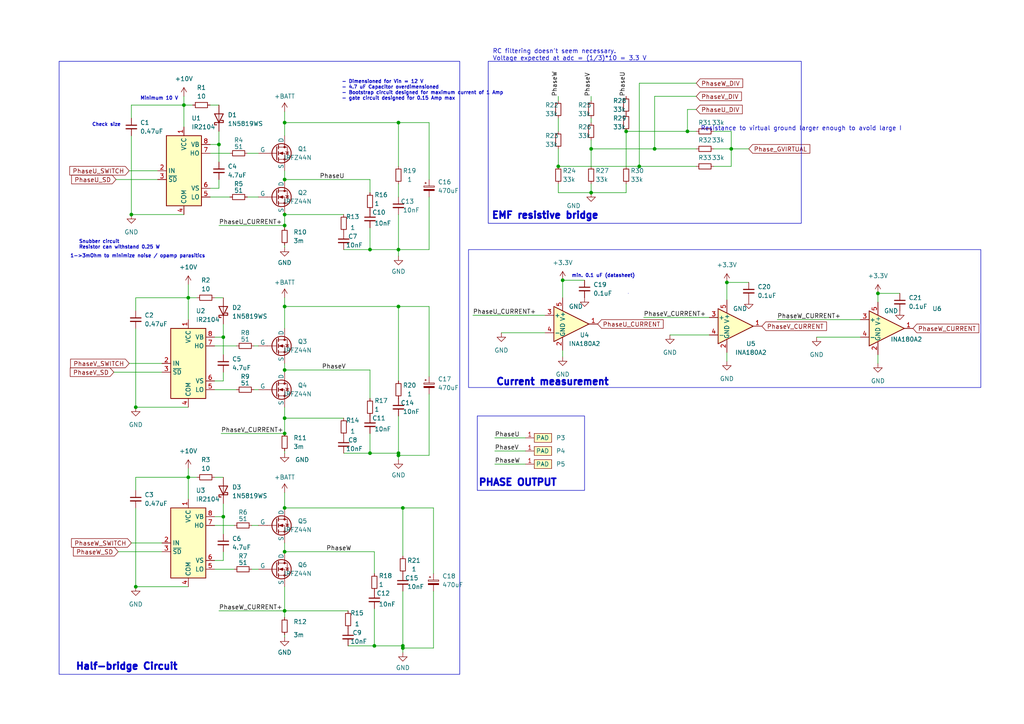
<source format=kicad_sch>
(kicad_sch (version 20230121) (generator eeschema)
  (paper "A4")
  (title_block (title "BLDC Driver Project") (rev "1.0") (company "Igor Wolfs"))
  (junction (at 161.925 48.26))
  (junction (at 199.39 38.1))
  (junction (at 82.55 121.285))
  (junction (at 64.77 149.86))
  (junction (at 107.315 72.39))
  (junction (at 171.45 43.18))
  (junction (at 53.34 30.48))
  (junction (at 39.37 118.11))
  (junction (at 185.42 48.26))
  (junction (at 64.77 97.79))
  (junction (at 115.57 131.445))
  (junction (at 163.195 81.28))
  (junction (at 115.57 132.08))
  (junction (at 38.1 62.23))
  (junction (at 54.61 138.43))
  (junction (at 116.84 187.325))
  (junction (at 82.55 107.315))
  (junction (at 82.55 88.9))
  (junction (at 107.315 131.445))
  (junction (at 116.84 147.32))
  (junction (at 189.865 43.18))
  (junction (at 171.45 55.88))
  (junction (at 82.55 62.23))
  (junction (at 82.55 52.07))
  (junction (at 82.55 160.02))
  (junction (at 82.55 177.165))
  (junction (at 116.84 187.96))
  (junction (at 210.82 81.915))
  (junction (at 115.57 35.56))
  (junction (at 181.61 38.1))
  (junction (at 115.57 72.39))
  (junction (at 108.585 187.325))
  (junction (at 254.635 85.09))
  (junction (at 82.55 125.73))
  (junction (at 82.55 35.56))
  (junction (at 82.55 147.32))
  (junction (at 82.55 65.405))
  (junction (at 63.5 41.91))
  (junction (at 54.61 86.36))
  (junction (at 212.09 43.18))
  (junction (at 115.57 88.9))
  (junction (at 39.37 170.18))
  (wire (pts (xy 185.42 24.13) (xy 201.93 24.13)))
  (wire (pts (xy 53.34 27.94) (xy 53.34 30.48)))
  (wire (pts (xy 63.5 46.99) (xy 63.5 41.91)))
  (wire (pts (xy 60.96 41.91) (xy 63.5 41.91)))
  (wire (pts (xy 107.315 131.445) (xy 115.57 131.445)))
  (wire (pts (xy 53.34 30.48) (xy 53.34 36.83)))
  (wire (pts (xy 60.96 54.61) (xy 63.5 54.61)))
  (wire (pts (xy 71.755 44.45) (xy 74.93 44.45)))
  (wire (pts (xy 82.55 107.315) (xy 107.315 107.315)))
  (wire (pts (xy 212.09 43.18) (xy 207.01 43.18)))
  (wire (pts (xy 107.315 107.315) (xy 107.315 115.57)))
  (wire (pts (xy 39.37 118.11) (xy 54.61 118.11)))
  (wire (pts (xy 73.66 113.03) (xy 74.93 113.03)))
  (wire (pts (xy 212.09 38.1) (xy 207.01 38.1)))
  (wire (pts (xy 39.37 170.18) (xy 54.61 170.18)))
  (wire (pts (xy 199.39 31.75) (xy 199.39 38.1)))
  (wire (pts (xy 82.55 170.18) (xy 82.55 177.165)))
  (wire (pts (xy 39.37 138.43) (xy 54.61 138.43)))
  (wire (pts (xy 38.1 62.23) (xy 53.34 62.23)))
  (wire (pts (xy 108.585 166.37) (xy 108.585 160.02)))
  (wire (pts (xy 143.51 134.62) (xy 152.4 134.62)))
  (wire (pts (xy 82.55 118.11) (xy 82.55 121.285)))
  (wire (pts (xy 73.66 100.33) (xy 74.93 100.33)))
  (wire (pts (xy 115.57 131.445) (xy 115.57 132.08)))
  (wire (pts (xy 115.57 88.9) (xy 115.57 110.49)))
  (wire (pts (xy 100.965 187.325) (xy 108.585 187.325)))
  (wire (pts (xy 39.37 90.17) (xy 39.37 86.36)))
  (wire (pts (xy 212.09 48.26) (xy 207.01 48.26)))
  (wire (pts (xy 189.865 43.18) (xy 201.93 43.18)))
  (wire (pts (xy 125.73 171.45) (xy 125.73 187.96)))
  (wire (pts (xy 161.925 53.34) (xy 161.925 55.88)))
  (wire (pts (xy 82.55 157.48) (xy 82.55 160.02)))
  (wire (pts (xy 62.23 97.79) (xy 64.77 97.79)))
  (wire (pts (xy 161.925 55.88) (xy 171.45 55.88)))
  (wire (pts (xy 39.37 147.32) (xy 39.37 170.18)))
  (wire (pts (xy 54.61 82.55) (xy 54.61 86.36)))
  (wire (pts (xy 171.45 34.29) (xy 171.45 35.56)))
  (wire (pts (xy 66.675 57.15) (xy 60.96 57.15)))
  (wire (pts (xy 39.37 142.24) (xy 39.37 138.43)))
  (wire (pts (xy 62.23 113.03) (xy 68.58 113.03)))
  (wire (pts (xy 199.39 38.1) (xy 201.93 38.1)))
  (wire (pts (xy 108.585 176.53) (xy 108.585 187.325)))
  (wire (pts (xy 115.57 72.39) (xy 115.57 74.295)))
  (wire (pts (xy 210.82 81.915) (xy 210.82 86.995)))
  (wire (pts (xy 64.77 154.94) (xy 64.77 149.86)))
  (wire (pts (xy 225.425 92.71) (xy 249.555 92.71)))
  (wire (pts (xy 181.61 53.34) (xy 181.61 55.88)))
  (wire (pts (xy 54.61 135.89) (xy 54.61 138.43)))
  (wire (pts (xy 54.61 138.43) (xy 54.61 144.78)))
  (wire (pts (xy 82.55 121.285) (xy 82.55 125.73)))
  (wire (pts (xy 37.465 105.41) (xy 46.99 105.41)))
  (wire (pts (xy 143.51 127) (xy 152.4 127)))
  (wire (pts (xy 64.77 146.05) (xy 64.77 149.86)))
  (wire (pts (xy 201.93 27.94) (xy 189.865 27.94)))
  (wire (pts (xy 82.55 184.15) (xy 82.55 184.785)))
  (wire (pts (xy 107.315 52.07) (xy 107.315 55.88)))
  (wire (pts (xy 62.23 86.36) (xy 64.77 86.36)))
  (wire (pts (xy 71.755 57.15) (xy 74.93 57.15)))
  (wire (pts (xy 82.55 35.56) (xy 115.57 35.56)))
  (wire (pts (xy 73.025 152.4) (xy 74.93 152.4)))
  (wire (pts (xy 124.46 114.3) (xy 124.46 132.08)))
  (wire (pts (xy 254.635 85.09) (xy 260.985 85.09)))
  (wire (pts (xy 186.69 92.075) (xy 205.74 92.075)))
  (wire (pts (xy 108.585 187.325) (xy 116.84 187.325)))
  (wire (pts (xy 82.55 130.81) (xy 82.55 131.445)))
  (wire (pts (xy 107.315 66.04) (xy 107.315 72.39)))
  (wire (pts (xy 82.55 107.95) (xy 82.55 107.315)))
  (wire (pts (xy 124.46 57.15) (xy 124.46 72.39)))
  (wire (pts (xy 82.55 142.875) (xy 82.55 147.32)))
  (wire (pts (xy 124.46 35.56) (xy 115.57 35.56)))
  (wire (pts (xy 161.925 43.18) (xy 161.925 48.26)))
  (wire (pts (xy 82.55 147.32) (xy 116.84 147.32)))
  (wire (pts (xy 99.695 131.445) (xy 107.315 131.445)))
  (wire (pts (xy 116.84 161.29) (xy 116.84 147.32)))
  (wire (pts (xy 82.55 105.41) (xy 82.55 107.315)))
  (wire (pts (xy 124.46 52.07) (xy 124.46 35.56)))
  (wire (pts (xy 62.23 110.49) (xy 64.77 110.49)))
  (wire (pts (xy 201.93 31.75) (xy 199.39 31.75)))
  (wire (pts (xy 82.55 32.385) (xy 82.55 35.56)))
  (wire (pts (xy 124.46 132.08) (xy 115.57 132.08)))
  (wire (pts (xy 212.09 38.1) (xy 212.09 43.18)))
  (wire (pts (xy 62.23 100.33) (xy 68.58 100.33)))
  (wire (pts (xy 63.5 177.165) (xy 82.55 177.165)))
  (wire (pts (xy 82.55 86.36) (xy 82.55 88.9)))
  (wire (pts (xy 60.96 44.45) (xy 66.675 44.45)))
  (wire (pts (xy 116.84 171.45) (xy 116.84 187.325)))
  (wire (pts (xy 38.1 157.48) (xy 46.99 157.48)))
  (wire (pts (xy 62.23 152.4) (xy 67.945 152.4)))
  (wire (pts (xy 82.55 65.405) (xy 82.55 66.04)))
  (wire (pts (xy 64.77 93.98) (xy 64.77 97.79)))
  (wire (pts (xy 181.61 38.1) (xy 199.39 38.1)))
  (wire (pts (xy 210.82 102.235) (xy 210.82 104.775)))
  (wire (pts (xy 124.46 72.39) (xy 115.57 72.39)))
  (wire (pts (xy 82.55 88.9) (xy 82.55 95.25)))
  (wire (pts (xy 171.45 43.18) (xy 189.865 43.18)))
  (wire (pts (xy 116.84 187.325) (xy 116.84 187.96)))
  (wire (pts (xy 54.61 86.36) (xy 54.61 92.71)))
  (wire (pts (xy 115.57 120.65) (xy 115.57 131.445)))
  (wire (pts (xy 185.42 24.13) (xy 185.42 48.26)))
  (wire (pts (xy 115.57 57.15) (xy 115.57 53.34)))
  (wire (pts (xy 82.55 39.37) (xy 82.55 35.56)))
  (wire (pts (xy 64.77 102.87) (xy 64.77 97.79)))
  (wire (pts (xy 212.09 43.18) (xy 217.17 43.18)))
  (wire (pts (xy 124.46 88.9) (xy 124.46 109.22)))
  (wire (pts (xy 163.195 81.28) (xy 169.545 81.28)))
  (wire (pts (xy 62.23 138.43) (xy 64.77 138.43)))
  (wire (pts (xy 64.135 125.73) (xy 82.55 125.73)))
  (wire (pts (xy 82.55 71.12) (xy 82.55 71.755)))
  (wire (pts (xy 64.77 160.02) (xy 64.77 162.56)))
  (wire (pts (xy 62.23 149.86) (xy 64.77 149.86)))
  (wire (pts (xy 171.45 55.88) (xy 181.61 55.88)))
  (wire (pts (xy 33.02 107.95) (xy 46.99 107.95)))
  (wire (pts (xy 161.925 48.26) (xy 185.42 48.26)))
  (wire (pts (xy 82.55 62.23) (xy 82.55 65.405)))
  (wire (pts (xy 33.655 52.07) (xy 45.72 52.07)))
  (wire (pts (xy 62.23 162.56) (xy 64.77 162.56)))
  (wire (pts (xy 34.29 160.02) (xy 46.99 160.02)))
  (wire (pts (xy 189.865 27.94) (xy 189.865 43.18)))
  (wire (pts (xy 37.465 49.53) (xy 45.72 49.53)))
  (wire (pts (xy 63.5 52.07) (xy 63.5 54.61)))
  (wire (pts (xy 54.61 138.43) (xy 57.15 138.43)))
  (wire (pts (xy 161.925 27.94) (xy 161.925 29.21)))
  (wire (pts (xy 115.57 132.08) (xy 115.57 133.35)))
  (wire (pts (xy 62.23 165.1) (xy 67.945 165.1)))
  (wire (pts (xy 143.51 130.81) (xy 152.4 130.81)))
  (wire (pts (xy 194.31 97.155) (xy 205.74 97.155)))
  (wire (pts (xy 163.195 81.28) (xy 163.195 86.36)))
  (wire (pts (xy 82.55 177.165) (xy 100.965 177.165)))
  (wire (pts (xy 82.55 52.07) (xy 107.315 52.07)))
  (wire (pts (xy 38.1 39.37) (xy 38.1 62.23)))
  (wire (pts (xy 137.16 91.44) (xy 158.115 91.44)))
  (wire (pts (xy 125.73 147.32) (xy 116.84 147.32)))
  (wire (pts (xy 38.1 34.29) (xy 38.1 30.48)))
  (wire (pts (xy 38.1 30.48) (xy 53.34 30.48)))
  (wire (pts (xy 115.57 62.23) (xy 115.57 72.39)))
  (wire (pts (xy 171.45 27.94) (xy 171.45 29.21)))
  (wire (pts (xy 107.315 125.73) (xy 107.315 131.445)))
  (wire (pts (xy 107.315 72.39) (xy 115.57 72.39)))
  (wire (pts (xy 55.88 30.48) (xy 53.34 30.48)))
  (wire (pts (xy 171.45 53.34) (xy 171.45 55.88)))
  (wire (pts (xy 236.855 97.79) (xy 249.555 97.79)))
  (wire (pts (xy 82.55 160.02) (xy 108.585 160.02)))
  (wire (pts (xy 145.415 96.52) (xy 158.115 96.52)))
  (wire (pts (xy 185.42 48.26) (xy 201.93 48.26)))
  (wire (pts (xy 181.61 38.1) (xy 181.61 48.26)))
  (wire (pts (xy 171.45 40.64) (xy 171.45 43.18)))
  (wire (pts (xy 163.195 103.505) (xy 163.195 101.6)))
  (wire (pts (xy 39.37 95.25) (xy 39.37 118.11)))
  (wire (pts (xy 39.37 86.36) (xy 54.61 86.36)))
  (wire (pts (xy 124.46 88.9) (xy 115.57 88.9)))
  (wire (pts (xy 161.925 34.29) (xy 161.925 38.1)))
  (wire (pts (xy 99.695 72.39) (xy 107.315 72.39)))
  (wire (pts (xy 82.55 49.53) (xy 82.55 52.07)))
  (wire (pts (xy 171.45 43.18) (xy 171.45 48.26)))
  (wire (pts (xy 210.82 81.915) (xy 217.17 81.915)))
  (wire (pts (xy 115.57 48.26) (xy 115.57 35.56)))
  (wire (pts (xy 73.025 165.1) (xy 74.93 165.1)))
  (wire (pts (xy 125.73 166.37) (xy 125.73 147.32)))
  (wire (pts (xy 82.55 121.285) (xy 99.695 121.285)))
  (wire (pts (xy 116.84 187.96) (xy 116.84 189.23)))
  (wire (pts (xy 82.55 177.165) (xy 82.55 179.07)))
  (wire (pts (xy 254.635 102.87) (xy 254.635 105.41)))
  (wire (pts (xy 82.55 88.9) (xy 115.57 88.9)))
  (wire (pts (xy 63.5 65.405) (xy 82.55 65.405)))
  (wire (pts (xy 82.55 62.23) (xy 99.695 62.23)))
  (wire (pts (xy 57.15 86.36) (xy 54.61 86.36)))
  (wire (pts (xy 64.77 107.95) (xy 64.77 110.49)))
  (wire (pts (xy 125.73 187.96) (xy 116.84 187.96)))
  (wire (pts (xy 212.09 43.18) (xy 212.09 48.26)))
  (wire (pts (xy 254.635 85.09) (xy 254.635 87.63)))
  (wire (pts (xy 63.5 38.1) (xy 63.5 41.91)))
  (wire (pts (xy 60.96 30.48) (xy 63.5 30.48)))
  (rectangle (start 138.43 120.65) (end 169.545 142.24))
  (rectangle (start 17.145 17.78) (end 133.35 195.58))
  (rectangle (start 141.605 17.78) (end 232.41 64.77))
  (rectangle (start 135.89 72.39) (end 284.48 112.395))
  (text_box "" (at 182.245 85.09 0) (size 0 0) (effects (font (size 1 1) bold) (justify left top)))
  (text_box "Half-bridge Circuit" (at 20.32 190.5 0) (size 35.56 5.08) (stroke (width -0.0001)) (effects (font (size 2 2) (thickness 2) bold) (justify left top)))
  (text_box "PHASE OUTPUT" (at 137.16 137.16 0) (size 29.21 5.08) (stroke (width -0.0001)) (effects (font (size 2 2) (thickness 2) bold) (justify left top)))
  (text_box "EMF resistive bridge" (at 140.97 59.69 0) (size 40.64 5.08) (stroke (width -0.0001)) (effects (font (size 2 2) (thickness 2) bold) (justify left top)))
  (text_box "Current measurement\n" (at 142.24 107.95 0) (size 54.61 5.08) (stroke (width -0.0001)) (effects (font (size 2 2) (thickness 2) bold) (justify left top)))
  (text "RC filtering doesn't seem necessary.\nVoltage expected at adc = (1/3)*10 = 3.3 V\n" (at 142.875 17.78 0) (effects (font (size 1.27 1.27)) (justify left bottom)))
  (text "Check size" (at 26.67 36.83 0) (effects (font (size 1 1) bold) (justify left bottom)))
  (text "min. 0.1 uF (datasheet)\n" (at 165.735 80.645 0) (effects (font (size 1 1) bold) (justify left bottom)))
  (text "Minimum 10 V" (at 40.64 29.21 0) (effects (font (size 1 1) bold) (justify left bottom)))
  (text "Snubber circuit\nResistor can withstand 0.25 W\n" (at 22.86 72.39 0) (effects (font (size 1 1) bold) (justify left bottom)))
  (text "1->3mOhm to minimize noise / opamp parasitics" (at 20.32 74.93 0) (effects (font (size 1 1) bold) (justify left bottom)))
  (text "Resistance to virtual ground larger enough to avoid large I" (at 203.2 38.1 0) (effects (font (size 1.27 1.27)) (justify left bottom)))
  (text "- Dimensioned for Vin = 12 V\n- 4.7 uF Capacitor overdimensioned\n- Bootstrap circuit designed for maximum current of 1 Amp\n- gate circuit designed for 0.15 Amp max\n" (at 99.06 29.21 0) (effects (font (size 1 1) bold) (justify left bottom)))
  (label "PhaseU" (at 92.71 52.07 0))
  (label "PhaseV" (at 171.45 27.94 90))
  (label "PhaseW" (at 94.615 160.02 0))
  (label "PhaseW" (at 143.51 134.62 0))
  (label "PhaseU" (at 181.61 27.94 90))
  (label "PhaseV" (at 93.345 107.315 0))
  (label "PhaseV_CURRENT+" (at 186.69 92.075 0))
  (label "PhaseU" (at 143.51 127 0))
  (label "PhaseW_CURRENT+" (at 225.425 92.71 0))
  (label "PhaseU_CURRENT+" (at 137.16 91.44 0))
  (label "PhaseW_CURRENT+" (at 63.5 177.165 0))
  (label "PhaseW" (at 161.925 27.94 90))
  (label "PhaseV" (at 143.51 130.81 0))
  (label "PhaseU_CURRENT+" (at 63.5 65.405 0))
  (label "PhaseV_CURRENT+" (at 64.135 125.73 0))
  (global_label "PhaseW_DIV" (shape input) (at 201.93 24.13 0) (property "Intersheetrefs" "${INTERSHEET_REFS}" (effects hide)))
  (global_label "Phase_GVIRTUAL" (shape input) (at 217.17 43.18 0) (property "Intersheetrefs" "${INTERSHEET_REFS}" (effects hide)))
  (global_label "PhaseV_CURRENT" (shape input) (at 220.98 94.615 0) (property "Intersheetrefs" "${INTERSHEET_REFS}" (effects hide)))
  (global_label "PhaseU_SWITCH" (shape input) (at 37.465 49.53 180) (property "Intersheetrefs" "${INTERSHEET_REFS}" (effects hide)))
  (global_label "PhaseV_DIV" (shape input) (at 201.93 27.94 0) (property "Intersheetrefs" "${INTERSHEET_REFS}" (effects hide)))
  (global_label "PhaseW_SWITCH" (shape input) (at 38.1 157.48 180) (property "Intersheetrefs" "${INTERSHEET_REFS}" (effects hide)))
  (global_label "PhaseW_CURRENT" (shape input) (at 264.795 95.25 0) (property "Intersheetrefs" "${INTERSHEET_REFS}" (effects hide)))
  (global_label "PhaseV_SWITCH" (shape input) (at 37.465 105.41 180) (property "Intersheetrefs" "${INTERSHEET_REFS}" (effects hide)))
  (global_label "PhaseU_DIV" (shape input) (at 201.93 31.75 0) (property "Intersheetrefs" "${INTERSHEET_REFS}" (effects hide)))
  (global_label "PhaseV_SD" (shape input) (at 33.02 107.95 180) (property "Intersheetrefs" "${INTERSHEET_REFS}" (effects hide)))
  (global_label "PhaseU_SD" (shape input) (at 33.655 52.07 180) (property "Intersheetrefs" "${INTERSHEET_REFS}" (effects hide)))
  (global_label "PhaseW_SD" (shape input) (at 34.29 160.02 180) (property "Intersheetrefs" "${INTERSHEET_REFS}" (effects hide)))
  (global_label "PhaseU_CURRENT" (shape input) (at 173.355 93.98 0) (property "Intersheetrefs" "${INTERSHEET_REFS}" (effects hide)))
  (symbol (lib_id "Device:R_Small") (at 181.61 30.48 180) (unit 1)
    (property "Reference" "R28" (at 177.8 29.21 0) (effects (justify right)))
    (property "Value" "33k" (at 177.8 31.75 0) (effects (justify right)))
    (property "Footprint" "Resistor_SMD:R_0603_1608Metric" (effects hide))
    (property "Datasheet" "https://wmsc.lcsc.com/wmsc/upload/file/pdf/v2/lcsc/2206010230_UNI-ROYAL-Uniroyal-Elec-0603WAF3302T5E_C4216.pdf" (effects hide))
    (property "jlcpcb" "C4216" (effects hide))
  )
  (symbol (lib_id "Device:R_Small") (at 70.485 165.1 90) (unit 1)
    (property "Reference" "R7" (at 70.485 161.29 90))
    (property "Value" "51" (at 70.485 163.195 90))
    (property "Footprint" "Resistor_SMD:R_1206_3216Metric" (effects hide))
    (property "Datasheet" "https://wmsc.lcsc.com/wmsc/upload/file/pdf/v2/lcsc/2206010145_UNI-ROYAL-Uniroyal-Elec-1206W4F510JT5E_C18019.pdf" (effects hide))
    (property "MFR.Part" "1206W4F510JT5E" (effects hide))
    (property "jlcpcb" "C18019" (effects hide))
  )
  (symbol (lib_id "Device:R_Small") (at 161.925 50.8 180) (unit 1)
    (property "Reference" "R24" (at 163.195 49.53 0) (effects (justify right)))
    (property "Value" "33k" (at 163.195 52.07 0) (effects (justify right)))
    (property "Footprint" "Resistor_SMD:R_0603_1608Metric" (effects hide))
    (property "Datasheet" "https://wmsc.lcsc.com/wmsc/upload/file/pdf/v2/lcsc/2206010230_UNI-ROYAL-Uniroyal-Elec-0603WAF3302T5E_C4216.pdf" (effects hide))
    (property "jlcpcb" "C4216" (effects hide))
  )
  (symbol (lib_id "power:GND") (at 217.17 86.995 0) (unit 1)
    (property "Reference" "#PWR017" (effects hide))
    (property "Value" "GND" (at 214.63 89.535 0))
  )
  (symbol (lib_id "Device:R_Small") (at 171.45 50.8 180) (unit 1)
    (property "Reference" "R27" (at 172.72 49.53 0) (effects (justify right)))
    (property "Value" "33k" (at 172.72 52.07 0) (effects (justify right)))
    (property "Footprint" "Resistor_SMD:R_0603_1608Metric" (effects hide))
    (property "Datasheet" "https://wmsc.lcsc.com/wmsc/upload/file/pdf/v2/lcsc/2206010230_UNI-ROYAL-Uniroyal-Elec-0603WAF3302T5E_C4216.pdf" (effects hide))
    (property "jlcpcb" "C4216" (effects hide))
  )
  (symbol (lib_id "Device:C_Small") (at 39.37 144.78 0) (unit 1)
    (property "Reference" "C3" (at 41.91 143.5163 0) (effects (justify left)))
    (property "Value" "0.47uF" (at 41.91 146.0563 0) (effects (justify left)))
    (property "Footprint" "Capacitor_SMD:C_0805_2012Metric" (effects hide))
    (property "Datasheet" "https://wmsc.lcsc.com/wmsc/upload/file/pdf/v2/lcsc/2304140030_Samsung-Electro-Mechanics-CL21A475KAQNNNE_C1779.pdf" (effects hide))
    (property "MFR.Part" "CL21A475KAQNNNE" (effects hide))
    (property "jlcpcb" "C1779" (effects hide))
  )
  (symbol (lib_id "bldc:pad") (at 157.48 134.62 0) (unit 1)
    (property "Reference" "P5" (at 161.29 134.62 0) (effects (justify left)))
    (property "Value" "~" (at 157.48 134.62 0))
    (property "Footprint" "bldc:SolderWirePad_1x01_SMD_5x10mm" (effects hide))
  )
  (symbol (lib_id "Device:R_Small") (at 99.695 123.825 0) (unit 1)
    (property "Reference" "R14" (at 100.33 121.92 0) (effects (justify left)))
    (property "Value" "1" (at 101.6 125.095 0) (effects (justify left)))
    (property "Footprint" "Resistor_SMD:R_0603_1608Metric" (effects hide))
    (property "Datasheet" "https://wmsc.lcsc.com/wmsc/upload/file/pdf/v2/lcsc/2206010130_UNI-ROYAL-Uniroyal-Elec-0603WAF100KT5E_C22936.pdf" (effects hide))
    (property "jlcpcb" "C22936" (effects hide))
  )
  (symbol (lib_id "Device:R_Small") (at 58.42 30.48 90) (unit 1)
    (property "Reference" "R1" (at 58.42 25.4 90))
    (property "Value" "10" (at 58.42 27.94 90))
    (property "Footprint" "Resistor_SMD:R_1206_3216Metric" (effects hide))
    (property "Datasheet" "https://wmsc.lcsc.com/wmsc/upload/file/pdf/v2/lcsc/2206010145_UNI-ROYAL-Uniroyal-Elec-1206W4F100JT5E_C17903.pdf" (effects hide))
    (property "MFR.Part" "1206W4F100JT5E" (effects hide))
    (property "jlcpcb" "C17903" (effects hide))
  )
  (symbol (lib_id "Amplifier_Current:INA180A2") (at 257.175 95.25 0) (unit 1)
    (property "Reference" "U6" (at 271.78 89.535 0))
    (property "Value" "INA180A2" (at 262.89 98.425 0))
    (property "Footprint" "Package_TO_SOT_SMD:SOT-23-5" (effects hide))
    (property "Datasheet" "https://wmsc.lcsc.com/wmsc/upload/file/pdf/v2/lcsc/1811021124_Texas-Instruments-INA180A2IDBVR_C192764.pdf" (effects hide))
    (property "jlcpcb" "C192764" (effects hide))
  )
  (symbol (lib_id "power:GND") (at 116.84 189.23 0) (unit 1)
    (property "Reference" "#PWR010" (effects hide))
    (property "Value" "GND" (at 116.84 193.675 0))
  )
  (symbol (lib_id "Device:R_Small") (at 116.84 163.83 0) (unit 1)
    (property "Reference" "R21" (at 118.11 162.56 0) (effects (justify left)))
    (property "Value" "1" (at 119.38 165.1 0) (effects (justify left)))
    (property "Footprint" "Resistor_SMD:R_0603_1608Metric" (effects hide))
    (property "Datasheet" "https://wmsc.lcsc.com/wmsc/upload/file/pdf/v2/lcsc/2206010130_UNI-ROYAL-Uniroyal-Elec-0603WAF100KT5E_C22936.pdf" (effects hide))
    (property "jlcpcb" "C22936" (effects hide))
  )
  (symbol (lib_id "Device:R_Small") (at 59.69 86.36 90) (unit 1)
    (property "Reference" "R2" (at 59.69 81.28 90))
    (property "Value" "10" (at 59.69 83.82 90))
    (property "Footprint" "Resistor_SMD:R_1206_3216Metric" (effects hide))
    (property "Datasheet" "https://wmsc.lcsc.com/wmsc/upload/file/pdf/v2/lcsc/2206010145_UNI-ROYAL-Uniroyal-Elec-1206W4F100JT5E_C17903.pdf" (effects hide))
    (property "MFR.Part" "1206W4F100JT5E" (effects hide))
    (property "jlcpcb" "C17903" (effects hide))
  )
  (symbol (lib_id "Device:C_Small") (at 115.57 59.69 0) (unit 1)
    (property "Reference" "C13" (at 116.205 58.42 0) (effects (justify left)))
    (property "Value" "10nF" (at 116.84 60.96 0) (effects (justify left)))
    (property "Footprint" "Capacitor_SMD:C_0402_1005Metric" (effects hide))
    (property "Datasheet" "https://wmsc.lcsc.com/wmsc/upload/file/pdf/v2/lcsc/2304140030_Samsung-Electro-Mechanics-CL05B103KB5NNNC_C15195.pdf" (effects hide))
    (property "jlcpcb" "C15195" (effects hide))
  )
  (symbol (lib_id "Device:R_Small") (at 161.925 40.64 180) (unit 1)
    (property "Reference" "R23" (at 158.115 39.37 0) (effects (justify right)))
    (property "Value" "33k" (at 158.115 41.91 0) (effects (justify right)))
    (property "Footprint" "Resistor_SMD:R_0603_1608Metric" (effects hide))
    (property "Datasheet" "https://wmsc.lcsc.com/wmsc/upload/file/pdf/v2/lcsc/2206010230_UNI-ROYAL-Uniroyal-Elec-0603WAF3302T5E_C4216.pdf" (effects hide))
    (property "jlcpcb" "C4216" (effects hide))
  )
  (symbol (lib_id "power:GND") (at 254.635 105.41 0) (unit 1)
    (property "Reference" "#PWR019" (effects hide))
    (property "Value" "GND" (at 254.635 110.49 0))
  )
  (symbol (lib_id "Device:C_Small") (at 64.77 105.41 0) (unit 1)
    (property "Reference" "C5" (at 67.31 104.1463 0) (effects (justify left)))
    (property "Value" "4.7uF" (at 67.31 106.6863 0) (effects (justify left)))
    (property "Footprint" "Capacitor_SMD:C_0603_1608Metric" (effects hide))
    (property "Datasheet" "https://wmsc.lcsc.com/wmsc/upload/file/pdf/v2/lcsc/2304140030_Samsung-Electro-Mechanics-CL10A475KO8NNNC_C19666.pdf" (effects hide))
    (property "jlcpcb" "C19666" (effects hide))
  )
  (symbol (lib_id "power:+10V") (at 54.61 82.55 0) (unit 1)
    (property "Reference" "#PWR05" (effects hide))
    (property "Value" "+10V" (at 54.61 77.47 0))
  )
  (symbol (lib_id "Device:C_Small") (at 116.84 168.91 0) (unit 1)
    (property "Reference" "C15" (at 117.475 167.64 0) (effects (justify left)))
    (property "Value" "10nF" (at 118.11 170.18 0) (effects (justify left)))
    (property "Footprint" "Capacitor_SMD:C_0402_1005Metric" (effects hide))
    (property "Datasheet" "https://wmsc.lcsc.com/wmsc/upload/file/pdf/v2/lcsc/2304140030_Samsung-Electro-Mechanics-CL05B103KB5NNNC_C15195.pdf" (effects hide))
    (property "jlcpcb" "C15195" (effects hide))
  )
  (symbol (lib_id "Driver_FET:IR2104") (at 53.34 49.53 0) (unit 1)
    (property "Reference" "U1" (at 55.5341 34.29 0) (effects (justify left)))
    (property "Value" "IR2104" (at 55.5341 36.83 0) (effects (justify left)))
    (property "Footprint" "Package_SO:SOIC-8-1EP_3.9x4.9mm_P1.27mm_EP2.29x3mm" (effects hide))
    (property "Datasheet" "file:///home/igorwolfs/Downloads/1.translated.pdf" (effects hide))
    (property "jlcpcb" "C5804631" (effects hide))
  )
  (symbol (lib_id "Device:R_Small") (at 82.55 68.58 0) (unit 1)
    (property "Reference" "R10" (at 85.09 67.31 0) (effects (justify left)))
    (property "Value" "3m" (at 85.09 69.85 0) (effects (justify left)))
    (property "Footprint" "Resistor_SMD:R_2512_6332Metric" (effects hide))
    (property "Datasheet" "https://wmsc.lcsc.com/wmsc/upload/file/pdf/v2/lcsc/2110081730_Milliohm-LR2512D-2W-3mR-1-_C500615.pdf" (effects hide))
    (property "jlcpcb" "C500615" (effects hide))
    (property "MFR.Part" "LR2512D-2W-3mR-1%" (effects hide))
  )
  (symbol (lib_id "Device:R_Small") (at 107.315 58.42 0) (unit 1)
    (property "Reference" "R16" (at 108.585 56.515 0) (effects (justify left)))
    (property "Value" "1" (at 108.585 59.055 0) (effects (justify left)))
    (property "Footprint" "Resistor_SMD:R_0603_1608Metric" (effects hide))
    (property "Datasheet" "https://wmsc.lcsc.com/wmsc/upload/file/pdf/v2/lcsc/2206010130_UNI-ROYAL-Uniroyal-Elec-0603WAF100KT5E_C22936.pdf" (effects hide))
    (property "jlcpcb" "C22936" (effects hide))
  )
  (symbol (lib_id "Device:C_Small") (at 260.985 87.63 0) (unit 1)
    (property "Reference" "C21" (at 263.525 86.3663 0) (effects (justify left)))
    (property "Value" "0.1uF" (at 263.525 88.9063 0) (effects (justify left)))
    (property "Footprint" "Resistor_SMD:R_0402_1005Metric" (effects hide))
    (property "Datasheet" "https://wmsc.lcsc.com/wmsc/upload/file/pdf/v2/lcsc/2304140030_Samsung-Electro-Mechanics-CL05B104KB54PNC_C307331.pdf" (effects hide))
    (property "jlcpcb" "C307331" (effects hide))
  )
  (symbol (lib_id "Device:R_Small") (at 71.12 113.03 90) (unit 1)
    (property "Reference" "R9" (at 71.12 109.22 90))
    (property "Value" "51" (at 71.12 111.125 90))
    (property "Footprint" "Resistor_SMD:R_1206_3216Metric" (effects hide))
    (property "Datasheet" "https://wmsc.lcsc.com/wmsc/upload/file/pdf/v2/lcsc/2206010145_UNI-ROYAL-Uniroyal-Elec-1206W4F510JT5E_C18019.pdf" (effects hide))
    (property "MFR.Part" "1206W4F510JT5E" (effects hide))
    (property "jlcpcb" "C18019" (effects hide))
  )
  (symbol (lib_id "Device:R_Small") (at 107.315 118.11 0) (unit 1)
    (property "Reference" "R17" (at 108.585 116.205 0) (effects (justify left)))
    (property "Value" "1" (at 108.585 118.745 0) (effects (justify left)))
    (property "Footprint" "Resistor_SMD:R_0603_1608Metric" (effects hide))
    (property "Datasheet" "https://wmsc.lcsc.com/wmsc/upload/file/pdf/v2/lcsc/2206010130_UNI-ROYAL-Uniroyal-Elec-0603WAF100KT5E_C22936.pdf" (effects hide))
    (property "jlcpcb" "C22936" (effects hide))
  )
  (symbol (lib_id "Simulation_SPICE:NMOS") (at 80.01 152.4 0) (unit 1)
    (property "Reference" "Q5" (at 86.36 151.13 0) (effects (justify left)))
    (property "Value" "IRFZ44N" (at 86.36 153.67 0))
    (property "Footprint" "Package_TO_SOT_THT:TO-220-3_Vertical" (effects hide))
    (property "Datasheet" "https://www.infineon.com/dgdl/Infineon-IRFZ44N-DataSheet-v01_01-EN.pdf?fileId=5546d462533600a40153563b3a9f220d" (effects hide))
    (property "jlcpcb" "C7429904" (effects hide))
    (property "MFR.Part" "IRFZ44N" (effects hide))
  )
  (symbol (lib_id "Diode:1N5819") (at 64.77 142.24 90) (unit 1)
    (property "Reference" "D3" (at 67.31 141.2875 90) (effects (justify right)))
    (property "Value" "1N5819WS" (at 67.31 143.8275 90) (effects (justify right)))
    (property "Footprint" "Diode_SMD:D_SOD-323" (effects hide))
    (property "Datasheet" "https://wmsc.lcsc.com/wmsc/upload/file/pdf/v2/lcsc/2204281430_Guangdong-Hottech-1N5819WS_C191023.pdf" (effects hide))
    (property "jlcpcb" "C191023" (effects hide))
    (property "MFR.Part" "1N5819WS" (effects hide))
  )
  (symbol (lib_id "Device:R_Small") (at 69.215 44.45 90) (unit 1)
    (property "Reference" "R4" (at 69.215 40.64 90))
    (property "Value" "51" (at 69.215 42.545 90))
    (property "Footprint" "Resistor_SMD:R_1206_3216Metric" (effects hide))
    (property "Datasheet" "https://wmsc.lcsc.com/wmsc/upload/file/pdf/v2/lcsc/2206010145_UNI-ROYAL-Uniroyal-Elec-1206W4F510JT5E_C18019.pdf" (effects hide))
    (property "MFR.Part" "1206W4F510JT5E" (effects hide))
    (property "jlcpcb" "C18019" (effects hide))
  )
  (symbol (lib_id "Device:C_Small") (at 63.5 49.53 0) (unit 1)
    (property "Reference" "C4" (at 66.04 48.2663 0) (effects (justify left)))
    (property "Value" "4.7uF" (at 66.04 50.8063 0) (effects (justify left)))
    (property "Footprint" "Capacitor_SMD:C_0603_1608Metric" (effects hide))
    (property "Datasheet" "https://wmsc.lcsc.com/wmsc/upload/file/pdf/v2/lcsc/2304140030_Samsung-Electro-Mechanics-CL10A475KO8NNNC_C19666.pdf" (effects hide))
    (property "jlcpcb" "C19666" (effects hide))
  )
  (symbol (lib_id "power:+10V") (at 53.34 27.94 0) (unit 1)
    (property "Reference" "#PWR04" (effects hide))
    (property "Value" "+10V" (at 53.34 22.86 0))
  )
  (symbol (lib_id "Device:R_Small") (at 70.485 152.4 90) (unit 1)
    (property "Reference" "R6" (at 70.485 148.59 90))
    (property "Value" "51" (at 70.485 150.495 90))
    (property "Footprint" "Resistor_SMD:R_1206_3216Metric" (effects hide))
    (property "Datasheet" "https://wmsc.lcsc.com/wmsc/upload/file/pdf/v2/lcsc/2206010145_UNI-ROYAL-Uniroyal-Elec-1206W4F510JT5E_C18019.pdf" (effects hide))
    (property "MFR.Part" "1206W4F510JT5E" (effects hide))
    (property "jlcpcb" "C18019" (effects hide))
  )
  (symbol (lib_id "power:GND") (at 39.37 170.18 0) (unit 1)
    (property "Reference" "#PWR03" (effects hide))
    (property "Value" "GND" (at 39.37 175.26 0))
  )
  (symbol (lib_id "Device:R_Small") (at 204.47 48.26 90) (unit 1)
    (property "Reference" "R33" (at 204.47 45.72 90))
    (property "Value" "33k" (at 208.28 45.72 90))
    (property "Footprint" "Resistor_SMD:R_0603_1608Metric" (effects hide))
    (property "Datasheet" "https://wmsc.lcsc.com/wmsc/upload/file/pdf/v2/lcsc/2206010230_UNI-ROYAL-Uniroyal-Elec-0603WAF3302T5E_C4216.pdf" (effects hide))
    (property "jlcpcb" "C4216" (effects hide))
  )
  (symbol (lib_id "power:GND") (at 210.82 104.775 0) (unit 1)
    (property "Reference" "#PWR016" (effects hide))
    (property "Value" "GND" (at 210.82 109.855 0))
  )
  (symbol (lib_id "power:+10V") (at 54.61 135.89 0) (unit 1)
    (property "Reference" "#PWR06" (effects hide))
    (property "Value" "+10V" (at 54.61 130.81 0))
  )
  (symbol (lib_id "power:GND") (at 39.37 118.11 0) (unit 1)
    (property "Reference" "#PWR02" (effects hide))
    (property "Value" "GND" (at 39.37 123.19 0))
  )
  (symbol (lib_id "Simulation_SPICE:NMOS") (at 80.01 100.33 0) (unit 1)
    (property "Reference" "Q3" (at 86.36 99.06 0) (effects (justify left)))
    (property "Value" "IRFZ44N" (at 86.36 101.6 0))
    (property "Footprint" "Package_TO_SOT_THT:TO-220-3_Vertical" (effects hide))
    (property "Datasheet" "https://www.infineon.com/dgdl/Infineon-IRFZ44N-DataSheet-v01_01-EN.pdf?fileId=5546d462533600a40153563b3a9f220d" (effects hide))
    (property "jlcpcb" "C7429904" (effects hide))
    (property "MFR.Part" "IRFZ44N" (effects hide))
  )
  (symbol (lib_id "Device:R_Small") (at 108.585 168.91 0) (unit 1)
    (property "Reference" "R18" (at 109.855 167.005 0) (effects (justify left)))
    (property "Value" "1" (at 109.855 169.545 0) (effects (justify left)))
    (property "Footprint" "Resistor_SMD:R_0603_1608Metric" (effects hide))
    (property "Datasheet" "https://wmsc.lcsc.com/wmsc/upload/file/pdf/v2/lcsc/2206010130_UNI-ROYAL-Uniroyal-Elec-0603WAF100KT5E_C22936.pdf" (effects hide))
    (property "jlcpcb" "C22936" (effects hide))
  )
  (symbol (lib_id "Device:C_Small") (at 39.37 92.71 0) (unit 1)
    (property "Reference" "C2" (at 41.91 91.4463 0) (effects (justify left)))
    (property "Value" "0.47uF" (at 41.91 93.9863 0) (effects (justify left)))
    (property "Footprint" "Capacitor_SMD:C_0805_2012Metric" (effects hide))
    (property "Datasheet" "https://wmsc.lcsc.com/wmsc/upload/file/pdf/v2/lcsc/2304140030_Samsung-Electro-Mechanics-CL21A475KAQNNNE_C1779.pdf" (effects hide))
    (property "MFR.Part" "CL21A475KAQNNNE" (effects hide))
    (property "jlcpcb" "C1779" (effects hide))
  )
  (symbol (lib_id "power:GND") (at 236.855 97.79 0) (unit 1)
    (property "Reference" "#PWR079" (effects hide))
    (property "Value" "GND" (at 236.855 102.87 0))
  )
  (symbol (lib_id "power:GND") (at 115.57 74.295 0) (unit 1)
    (property "Reference" "#PWR08" (effects hide))
    (property "Value" "GND" (at 115.57 78.74 0))
  )
  (symbol (lib_id "power:GND") (at 171.45 55.88 0) (unit 1)
    (property "Reference" "#PWR014" (effects hide))
    (property "Value" "GND" (at 166.37 59.69 0))
  )
  (symbol (lib_id "Simulation_SPICE:NMOS") (at 80.01 165.1 0) (unit 1)
    (property "Reference" "Q6" (at 86.36 163.83 0) (effects (justify left)))
    (property "Value" "IRFZ44N" (at 86.36 166.37 0))
    (property "Footprint" "Package_TO_SOT_THT:TO-220-3_Vertical" (effects hide))
    (property "Datasheet" "https://www.infineon.com/dgdl/Infineon-IRFZ44N-DataSheet-v01_01-EN.pdf?fileId=5546d462533600a40153563b3a9f220d" (effects hide))
    (property "jlcpcb" "C7429904" (effects hide))
    (property "MFR.Part" "IRFZ44N" (effects hide))
  )
  (symbol (lib_id "Device:R_Small") (at 171.45 38.1 180) (unit 1)
    (property "Reference" "R26" (at 167.64 36.83 0) (effects (justify right)))
    (property "Value" "33k" (at 167.64 39.37 0) (effects (justify right)))
    (property "Footprint" "Resistor_SMD:R_0603_1608Metric" (effects hide))
    (property "Datasheet" "https://wmsc.lcsc.com/wmsc/upload/file/pdf/v2/lcsc/2206010230_UNI-ROYAL-Uniroyal-Elec-0603WAF3302T5E_C4216.pdf" (effects hide))
    (property "jlcpcb" "C4216" (effects hide))
  )
  (symbol (lib_id "power:GND") (at 194.31 97.155 0) (unit 1)
    (property "Reference" "#PWR078" (effects hide))
    (property "Value" "GND" (at 194.31 102.235 0))
  )
  (symbol (lib_id "power:GND") (at 260.985 90.17 0) (unit 1)
    (property "Reference" "#PWR020" (effects hide))
    (property "Value" "GND" (at 258.445 90.17 0))
  )
  (symbol (lib_id "Diode:1N5819") (at 64.77 90.17 90) (unit 1)
    (property "Reference" "D2" (at 67.31 89.2175 90) (effects (justify right)))
    (property "Value" "1N5819WS" (at 67.31 91.7575 90) (effects (justify right)))
    (property "Footprint" "Diode_SMD:D_SOD-323" (effects hide))
    (property "Datasheet" "https://wmsc.lcsc.com/wmsc/upload/file/pdf/v2/lcsc/2204281430_Guangdong-Hottech-1N5819WS_C191023.pdf" (effects hide))
    (property "jlcpcb" "C191023" (effects hide))
    (property "MFR.Part" "1N5819WS" (effects hide))
  )
  (symbol (lib_id "Device:R_Small") (at 161.925 31.75 180) (unit 1)
    (property "Reference" "R22" (at 158.115 30.48 0) (effects (justify right)))
    (property "Value" "33k" (at 158.115 33.02 0) (effects (justify right)))
    (property "Footprint" "Resistor_SMD:R_0603_1608Metric" (effects hide))
    (property "Datasheet" "https://wmsc.lcsc.com/wmsc/upload/file/pdf/v2/lcsc/2206010230_UNI-ROYAL-Uniroyal-Elec-0603WAF3302T5E_C4216.pdf" (effects hide))
    (property "jlcpcb" "C4216" (effects hide))
  )
  (symbol (lib_id "Device:C_Polarized_Small") (at 124.46 54.61 0) (unit 1)
    (property "Reference" "C16" (at 127 52.7939 0) (effects (justify left)))
    (property "Value" "470uF" (at 127 55.3339 0) (effects (justify left)))
    (property "Footprint" "Capacitor_THT:C_Radial_D10.0mm_H20.0mm_P5.00mm" (effects hide))
    (property "Datasheet" "https://wmsc.lcsc.com/wmsc/upload/file/pdf/v2/lcsc/2304140030_AISHI-Aihua-Group-ERS1HM471G20OT_C106666.pdf" (effects hide))
    (property "jlcpcb" "C106666" (effects hide))
  )
  (symbol (lib_id "Device:R_Small") (at 181.61 50.8 180) (unit 1)
    (property "Reference" "R30" (at 182.88 49.53 0) (effects (justify right)))
    (property "Value" "33k" (at 182.88 52.07 0) (effects (justify right)))
    (property "Footprint" "Resistor_SMD:R_0603_1608Metric" (effects hide))
    (property "Datasheet" "https://wmsc.lcsc.com/wmsc/upload/file/pdf/v2/lcsc/2206010230_UNI-ROYAL-Uniroyal-Elec-0603WAF3302T5E_C4216.pdf" (effects hide))
    (property "jlcpcb" "C4216" (effects hide))
  )
  (symbol (lib_id "Simulation_SPICE:NMOS") (at 80.01 57.15 0) (unit 1)
    (property "Reference" "Q2" (at 86.36 55.88 0) (effects (justify left)))
    (property "Value" "IRFZ44N" (at 86.36 58.42 0))
    (property "Footprint" "Package_TO_SOT_THT:TO-220-3_Vertical" (effects hide))
    (property "Datasheet" "https://www.infineon.com/dgdl/Infineon-IRFZ44N-DataSheet-v01_01-EN.pdf?fileId=5546d462533600a40153563b3a9f220d" (effects hide))
    (property "jlcpcb" "C7429904" (effects hide))
    (property "MFR.Part" "IRFZ44N" (effects hide))
  )
  (symbol (lib_id "Diode:1N5819") (at 63.5 34.29 90) (unit 1)
    (property "Reference" "D1" (at 66.04 33.3375 90) (effects (justify right)))
    (property "Value" "1N5819WS" (at 66.04 35.8775 90) (effects (justify right)))
    (property "Footprint" "Diode_SMD:D_SOD-323" (effects hide))
    (property "Datasheet" "https://wmsc.lcsc.com/wmsc/upload/file/pdf/v2/lcsc/2204281430_Guangdong-Hottech-1N5819WS_C191023.pdf" (effects hide))
    (property "jlcpcb" "C191023" (effects hide))
    (property "MFR.Part" "1N5819WS" (effects hide))
  )
  (symbol (lib_id "Device:C_Small") (at 64.77 157.48 0) (unit 1)
    (property "Reference" "C6" (at 67.31 156.2163 0) (effects (justify left)))
    (property "Value" "4.7uF" (at 67.31 158.7563 0) (effects (justify left)))
    (property "Footprint" "Capacitor_SMD:C_0603_1608Metric" (effects hide))
    (property "Datasheet" "https://wmsc.lcsc.com/wmsc/upload/file/pdf/v2/lcsc/2304140030_Samsung-Electro-Mechanics-CL10A475KO8NNNC_C19666.pdf" (effects hide))
    (property "jlcpcb" "C19666" (effects hide))
  )
  (symbol (lib_id "power:GND") (at 145.415 96.52 0) (unit 1)
    (property "Reference" "#PWR077" (effects hide))
    (property "Value" "GND" (at 145.415 101.6 0))
  )
  (symbol (lib_id "Driver_FET:IR2104") (at 54.61 157.48 0) (unit 1)
    (property "Reference" "U3" (at 56.8041 142.24 0) (effects (justify left)))
    (property "Value" "IR2104" (at 56.8041 144.78 0) (effects (justify left)))
    (property "Footprint" "Package_SO:SOIC-8-1EP_3.9x4.9mm_P1.27mm_EP2.29x3mm" (effects hide))
    (property "Datasheet" "file:///home/igorwolfs/Downloads/1.translated.pdf" (effects hide))
    (property "jlcpcb" "C5804631" (effects hide))
  )
  (symbol (lib_id "Device:C_Small") (at 107.315 123.19 0) (unit 1)
    (property "Reference" "C11" (at 107.95 121.285 0) (effects (justify left)))
    (property "Value" "10nF" (at 108.585 124.46 0) (effects (justify left)))
    (property "Footprint" "Capacitor_SMD:C_0402_1005Metric" (effects hide))
    (property "Datasheet" "https://wmsc.lcsc.com/wmsc/upload/file/pdf/v2/lcsc/2304140030_Samsung-Electro-Mechanics-CL05B103KB5NNNC_C15195.pdf" (effects hide))
    (property "jlcpcb" "C15195" (effects hide))
  )
  (symbol (lib_id "Device:C_Small") (at 100.965 184.785 0) (unit 1)
    (property "Reference" "C9" (at 102.235 183.515 0) (effects (justify left)))
    (property "Value" "10nF" (at 101.6 186.055 0) (effects (justify left)))
    (property "Footprint" "Capacitor_SMD:C_0402_1005Metric" (effects hide))
    (property "Datasheet" "https://wmsc.lcsc.com/wmsc/upload/file/pdf/v2/lcsc/2304140030_Samsung-Electro-Mechanics-CL05B103KB5NNNC_C15195.pdf" (effects hide))
    (property "jlcpcb" "C15195" (effects hide))
  )
  (symbol (lib_id "Amplifier_Current:INA180A2") (at 165.735 93.98 0) (unit 1)
    (property "Reference" "U4" (at 169.545 97.155 0))
    (property "Value" "INA180A2" (at 169.545 99.695 0))
    (property "Footprint" "Package_TO_SOT_SMD:SOT-23-5" (effects hide))
    (property "Datasheet" "https://wmsc.lcsc.com/wmsc/upload/file/pdf/v2/lcsc/1811021124_Texas-Instruments-INA180A2IDBVR_C192764.pdf" (effects hide))
    (property "jlcpcb" "C192764" (effects hide))
  )
  (symbol (lib_id "bldc:pad") (at 157.48 130.81 0) (unit 1)
    (property "Reference" "P4" (at 161.29 130.81 0) (effects (justify left)))
    (property "Value" "~" (at 157.48 130.81 0))
    (property "Footprint" "bldc:SolderWirePad_1x01_SMD_5x10mm" (effects hide))
  )
  (symbol (lib_id "power:+3.3V") (at 163.195 81.28 0) (unit 1)
    (property "Reference" "#PWR011" (effects hide))
    (property "Value" "+3.3V" (at 163.195 76.2 0))
  )
  (symbol (lib_id "Device:R_Small") (at 99.695 64.77 0) (unit 1)
    (property "Reference" "R13" (at 100.33 62.865 0) (effects (justify left)))
    (property "Value" "1" (at 101.6 66.04 0) (effects (justify left)))
    (property "Footprint" "Resistor_SMD:R_0603_1608Metric" (effects hide))
    (property "Datasheet" "https://wmsc.lcsc.com/wmsc/upload/file/pdf/v2/lcsc/2206010130_UNI-ROYAL-Uniroyal-Elec-0603WAF100KT5E_C22936.pdf" (effects hide))
  )
  (symbol (lib_id "power:+3.3V") (at 254.635 85.09 0) (unit 1)
    (property "Reference" "#PWR018" (effects hide))
    (property "Value" "+3.3V" (at 254.635 80.01 0))
  )
  (symbol (lib_id "Simulation_SPICE:NMOS") (at 80.01 44.45 0) (unit 1)
    (property "Reference" "Q1" (at 86.36 43.18 0) (effects (justify left)))
    (property "Value" "IRFZ44N" (at 86.36 45.72 0))
    (property "Footprint" "Package_TO_SOT_THT:TO-220-3_Vertical" (effects hide))
    (property "Datasheet" "https://www.infineon.com/dgdl/Infineon-IRFZ44N-DataSheet-v01_01-EN.pdf?fileId=5546d462533600a40153563b3a9f220d" (effects hide))
    (property "jlcpcb" "C7429904" (effects hide))
    (property "MFR.Part" "IRFZ44N" (effects hide))
  )
  (symbol (lib_id "power:GND") (at 82.55 131.445 0) (unit 1)
    (property "Reference" "#PWR028" (effects hide))
    (property "Value" "GND" (at 87.63 133.35 0))
  )
  (symbol (lib_id "Device:R_Small") (at 204.47 43.18 90) (unit 1)
    (property "Reference" "R32" (at 204.47 40.64 90))
    (property "Value" "33k" (at 208.28 40.64 90))
    (property "Footprint" "Resistor_SMD:R_0603_1608Metric" (effects hide))
    (property "Datasheet" "https://wmsc.lcsc.com/wmsc/upload/file/pdf/v2/lcsc/2206010230_UNI-ROYAL-Uniroyal-Elec-0603WAF3302T5E_C4216.pdf" (effects hide))
    (property "jlcpcb" "C4216" (effects hide))
  )
  (symbol (lib_id "Device:R_Small") (at 71.12 100.33 90) (unit 1)
    (property "Reference" "R8" (at 71.12 96.52 90))
    (property "Value" "51" (at 71.12 98.425 90))
    (property "Footprint" "Resistor_SMD:R_1206_3216Metric" (effects hide))
    (property "Datasheet" "https://wmsc.lcsc.com/wmsc/upload/file/pdf/v2/lcsc/2206010145_UNI-ROYAL-Uniroyal-Elec-1206W4F510JT5E_C18019.pdf" (effects hide))
    (property "MFR.Part" "1206W4F510JT5E" (effects hide))
    (property "jlcpcb" "C18019" (effects hide))
  )
  (symbol (lib_id "power:+BATT") (at 82.55 142.875 0) (unit 1)
    (property "Reference" "#PWR082" (effects hide))
    (property "Value" "+BATT" (at 82.55 138.43 0))
  )
  (symbol (lib_id "Device:C_Small") (at 99.695 69.85 0) (unit 1)
    (property "Reference" "C7" (at 100.965 68.58 0) (effects (justify left)))
    (property "Value" "10nF" (at 100.33 71.12 0) (effects (justify left)))
    (property "Footprint" "Capacitor_SMD:C_0402_1005Metric" (effects hide))
    (property "Datasheet" "https://wmsc.lcsc.com/wmsc/upload/file/pdf/v2/lcsc/2304140030_Samsung-Electro-Mechanics-CL05B103KB5NNNC_C15195.pdf" (effects hide))
    (property "jlcpcb" "C15195" (effects hide))
  )
  (symbol (lib_id "Device:R_Small") (at 82.55 128.27 0) (unit 1)
    (property "Reference" "R11" (at 85.09 127 0) (effects (justify left)))
    (property "Value" "3m" (at 85.09 129.54 0) (effects (justify left)))
    (property "Footprint" "Resistor_SMD:R_2512_6332Metric" (effects hide))
    (property "Datasheet" "https://wmsc.lcsc.com/wmsc/upload/file/pdf/v2/lcsc/2110081730_Milliohm-LR2512D-2W-3mR-1-_C500615.pdf" (effects hide))
    (property "jlcpcb" "C500615" (effects hide))
    (property "MFR.Part" "LR2512D-2W-3mR-1%" (effects hide))
  )
  (symbol (lib_id "power:GND") (at 82.55 184.785 0) (unit 1)
    (property "Reference" "#PWR076" (effects hide))
    (property "Value" "GND" (at 82.55 189.23 0))
  )
  (symbol (lib_id "Device:C_Small") (at 108.585 173.99 0) (unit 1)
    (property "Reference" "C12" (at 109.22 172.085 0) (effects (justify left)))
    (property "Value" "10nF" (at 109.855 175.26 0) (effects (justify left)))
    (property "Footprint" "Capacitor_SMD:C_0402_1005Metric" (effects hide))
    (property "Datasheet" "https://wmsc.lcsc.com/wmsc/upload/file/pdf/v2/lcsc/2304140030_Samsung-Electro-Mechanics-CL05B103KB5NNNC_C15195.pdf" (effects hide))
    (property "jlcpcb" "C15195" (effects hide))
  )
  (symbol (lib_id "Device:R_Small") (at 115.57 50.8 0) (unit 1)
    (property "Reference" "R19" (at 116.84 49.53 0) (effects (justify left)))
    (property "Value" "1" (at 118.11 52.07 0) (effects (justify left)))
    (property "Footprint" "Resistor_SMD:R_0603_1608Metric" (effects hide))
    (property "Datasheet" "https://wmsc.lcsc.com/wmsc/upload/file/pdf/v2/lcsc/2206010130_UNI-ROYAL-Uniroyal-Elec-0603WAF100KT5E_C22936.pdf" (effects hide))
    (property "jlcpcb" "C22936" (effects hide))
  )
  (symbol (lib_id "Device:R_Small") (at 171.45 31.75 180) (unit 1)
    (property "Reference" "R25" (at 167.64 30.48 0) (effects (justify right)))
    (property "Value" "33k" (at 167.64 33.02 0) (effects (justify right)))
    (property "Footprint" "Resistor_SMD:R_0603_1608Metric" (effects hide))
    (property "Datasheet" "https://wmsc.lcsc.com/wmsc/upload/file/pdf/v2/lcsc/2206010230_UNI-ROYAL-Uniroyal-Elec-0603WAF3302T5E_C4216.pdf" (effects hide))
    (property "jlcpcb" "C4216" (effects hide))
  )
  (symbol (lib_id "Driver_FET:IR2104") (at 54.61 105.41 0) (unit 1)
    (property "Reference" "U2" (at 56.8041 90.17 0) (effects (justify left)))
    (property "Value" "IR2104" (at 56.8041 92.71 0) (effects (justify left)))
    (property "Footprint" "Package_SO:SOIC-8-1EP_3.9x4.9mm_P1.27mm_EP2.29x3mm" (effects hide))
    (property "Datasheet" "file:///home/igorwolfs/Downloads/1.translated.pdf" (effects hide))
    (property "jlcpcb" "C5804631" (effects hide))
  )
  (symbol (lib_id "power:GND") (at 82.55 71.755 0) (unit 1)
    (property "Reference" "#PWR07" (effects hide))
    (property "Value" "GND" (at 82.55 76.2 0))
  )
  (symbol (lib_id "bldc:pad") (at 157.48 127 0) (unit 1)
    (property "Reference" "P3" (at 161.29 127 0) (effects (justify left)))
    (property "Value" "~" (at 157.48 127 0))
    (property "Footprint" "bldc:SolderWirePad_1x01_SMD_5x10mm" (effects hide))
  )
  (symbol (lib_id "power:+BATT") (at 82.55 32.385 0) (unit 1)
    (property "Reference" "#PWR081" (effects hide))
    (property "Value" "+BATT" (at 82.55 27.94 0))
  )
  (symbol (lib_id "Device:R_Small") (at 115.57 113.03 0) (unit 1)
    (property "Reference" "R20" (at 116.84 111.76 0) (effects (justify left)))
    (property "Value" "1" (at 118.11 114.3 0) (effects (justify left)))
    (property "Footprint" "Resistor_SMD:R_0603_1608Metric" (effects hide))
    (property "Datasheet" "https://wmsc.lcsc.com/wmsc/upload/file/pdf/v2/lcsc/2206010130_UNI-ROYAL-Uniroyal-Elec-0603WAF100KT5E_C22936.pdf" (effects hide))
    (property "jlcpcb" "C22936" (effects hide))
  )
  (symbol (lib_id "Device:C_Small") (at 115.57 118.11 0) (unit 1)
    (property "Reference" "C14" (at 116.205 116.84 0) (effects (justify left)))
    (property "Value" "10nF" (at 116.84 119.38 0) (effects (justify left)))
    (property "Footprint" "Capacitor_SMD:C_0402_1005Metric" (effects hide))
    (property "Datasheet" "https://wmsc.lcsc.com/wmsc/upload/file/pdf/v2/lcsc/2304140030_Samsung-Electro-Mechanics-CL05B103KB5NNNC_C15195.pdf" (effects hide))
    (property "jlcpcb" "C15195" (effects hide))
  )
  (symbol (lib_id "power:+BATT") (at 82.55 86.36 0) (unit 1)
    (property "Reference" "#PWR083" (effects hide))
    (property "Value" "+BATT" (at 82.55 81.915 0))
  )
  (symbol (lib_id "Device:C_Small") (at 169.545 83.82 0) (unit 1)
    (property "Reference" "C19" (at 172.085 82.5563 0) (effects (justify left)))
    (property "Value" "0.1uF" (at 172.085 85.0963 0) (effects (justify left)))
    (property "Footprint" "Resistor_SMD:R_0402_1005Metric" (effects hide))
    (property "Datasheet" "https://wmsc.lcsc.com/wmsc/upload/file/pdf/v2/lcsc/2304140030_Samsung-Electro-Mechanics-CL05B104KB54PNC_C307331.pdf" (effects hide))
    (property "jlcpcb" "C307331" (effects hide))
  )
  (symbol (lib_id "Simulation_SPICE:NMOS") (at 80.01 113.03 0) (unit 1)
    (property "Reference" "Q4" (at 86.36 111.76 0) (effects (justify left)))
    (property "Value" "IRFZ44N" (at 86.36 114.3 0))
    (property "Footprint" "Package_TO_SOT_THT:TO-220-3_Vertical" (effects hide))
    (property "Datasheet" "https://www.infineon.com/dgdl/Infineon-IRFZ44N-DataSheet-v01_01-EN.pdf?fileId=5546d462533600a40153563b3a9f220d" (effects hide))
    (property "jlcpcb" "C7429904" (effects hide))
    (property "MFR.Part" "IRFZ44N" (effects hide))
  )
  (symbol (lib_id "Device:C_Polarized_Small") (at 125.73 168.91 0) (unit 1)
    (property "Reference" "C18" (at 128.27 167.0939 0) (effects (justify left)))
    (property "Value" "470uF" (at 128.27 169.6339 0) (effects (justify left)))
    (property "Footprint" "Capacitor_THT:C_Radial_D10.0mm_H20.0mm_P5.00mm" (effects hide))
    (property "Datasheet" "https://wmsc.lcsc.com/wmsc/upload/file/pdf/v2/lcsc/2304140030_AISHI-Aihua-Group-ERS1HM471G20OT_C106666.pdf" (effects hide))
    (property "jlcpcb" "C106666" (effects hide))
  )
  (symbol (lib_id "Device:C_Small") (at 38.1 36.83 0) (unit 1)
    (property "Reference" "C1" (at 40.64 35.5663 0) (effects (justify left)))
    (property "Value" "0.47uF" (at 40.64 38.1063 0) (effects (justify left)))
    (property "Footprint" "Capacitor_SMD:C_0805_2012Metric" (effects hide))
    (property "Datasheet" "https://wmsc.lcsc.com/wmsc/upload/file/pdf/v2/lcsc/2304140030_Samsung-Electro-Mechanics-CL21A475KAQNNNE_C1779.pdf" (effects hide))
    (property "MFR.Part" "CL21A475KAQNNNE" (effects hide))
    (property "jlcpcb" "C1779" (effects hide))
  )
  (symbol (lib_id "Device:R_Small") (at 181.61 35.56 180) (unit 1)
    (property "Reference" "R29" (at 177.8 34.29 0) (effects (justify right)))
    (property "Value" "33k" (at 177.8 36.83 0) (effects (justify right)))
    (property "Footprint" "Resistor_SMD:R_0603_1608Metric" (effects hide))
    (property "Datasheet" "https://wmsc.lcsc.com/wmsc/upload/file/pdf/v2/lcsc/2206010230_UNI-ROYAL-Uniroyal-Elec-0603WAF3302T5E_C4216.pdf" (effects hide))
    (property "jlcpcb" "C4216" (effects hide))
  )
  (symbol (lib_id "Device:R_Small") (at 59.69 138.43 90) (unit 1)
    (property "Reference" "R3" (at 59.69 133.35 90))
    (property "Value" "10" (at 59.69 135.89 90))
    (property "Footprint" "Resistor_SMD:R_1206_3216Metric" (effects hide))
    (property "Datasheet" "https://wmsc.lcsc.com/wmsc/upload/file/pdf/v2/lcsc/2206010145_UNI-ROYAL-Uniroyal-Elec-1206W4F100JT5E_C17903.pdf" (effects hide))
    (property "MFR.Part" "1206W4F100JT5E" (effects hide))
    (property "jlcpcb" "C17903" (effects hide))
  )
  (symbol (lib_id "power:GND") (at 169.545 86.36 0) (unit 1)
    (property "Reference" "#PWR013" (effects hide))
    (property "Value" "GND" (at 167.005 88.9 0))
  )
  (symbol (lib_id "Device:R_Small") (at 82.55 181.61 0) (unit 1)
    (property "Reference" "R12" (at 85.09 180.34 0) (effects (justify left)))
    (property "Value" "3m" (at 85.09 184.15 0) (effects (justify left)))
    (property "Footprint" "Resistor_SMD:R_2512_6332Metric" (effects hide))
    (property "Datasheet" "https://wmsc.lcsc.com/wmsc/upload/file/pdf/v2/lcsc/2110081730_Milliohm-LR2512D-2W-3mR-1-_C500615.pdf" (effects hide))
    (property "jlcpcb" "C500615" (effects hide))
    (property "MFR.Part" "LR2512D-2W-3mR-1%" (effects hide))
  )
  (symbol (lib_id "power:+3.3V") (at 210.82 81.915 0) (unit 1)
    (property "Reference" "#PWR015" (effects hide))
    (property "Value" "+3.3V" (at 210.82 76.835 0))
  )
  (symbol (lib_id "Device:R_Small") (at 204.47 38.1 90) (unit 1)
    (property "Reference" "R31" (at 204.47 35.56 90))
    (property "Value" "33k" (at 208.28 35.56 90))
    (property "Footprint" "Resistor_SMD:R_0603_1608Metric" (effects hide))
    (property "Datasheet" "https://wmsc.lcsc.com/wmsc/upload/file/pdf/v2/lcsc/2206010230_UNI-ROYAL-Uniroyal-Elec-0603WAF3302T5E_C4216.pdf" (effects hide))
    (property "jlcpcb" "C4216" (effects hide))
  )
  (symbol (lib_id "power:GND") (at 38.1 62.23 0) (unit 1)
    (property "Reference" "#PWR01" (effects hide))
    (property "Value" "GND" (at 38.1 67.31 0))
  )
  (symbol (lib_id "Amplifier_Current:INA180A2") (at 213.36 94.615 0) (unit 1)
    (property "Reference" "U5" (at 217.805 99.695 0))
    (property "Value" "INA180A2" (at 217.805 102.235 0))
    (property "Footprint" "Package_TO_SOT_SMD:SOT-23-5" (effects hide))
    (property "Datasheet" "https://wmsc.lcsc.com/wmsc/upload/file/pdf/v2/lcsc/1811021124_Texas-Instruments-INA180A2IDBVR_C192764.pdf" (effects hide))
    (property "jlcpcb" "C192764" (effects hide))
  )
  (symbol (lib_id "Device:C_Small") (at 107.315 63.5 0) (unit 1)
    (property "Reference" "C10" (at 107.95 61.595 0) (effects (justify left)))
    (property "Value" "10nF" (at 108.585 64.77 0) (effects (justify left)))
    (property "Footprint" "Capacitor_SMD:C_0402_1005Metric" (effects hide))
    (property "Datasheet" "https://wmsc.lcsc.com/wmsc/upload/file/pdf/v2/lcsc/2304140030_Samsung-Electro-Mechanics-CL05B103KB5NNNC_C15195.pdf" (effects hide))
    (property "jlcpcb" "C15195" (effects hide))
  )
  (symbol (lib_id "power:GND") (at 163.195 103.505 0) (unit 1)
    (property "Reference" "#PWR012" (effects hide))
    (property "Value" "GND" (at 163.195 108.585 0))
  )
  (symbol (lib_id "Device:R_Small") (at 100.965 179.705 0) (unit 1)
    (property "Reference" "R15" (at 101.6 177.8 0) (effects (justify left)))
    (property "Value" "1" (at 102.87 180.975 0) (effects (justify left)))
    (property "Footprint" "Resistor_SMD:R_0603_1608Metric" (effects hide))
    (property "Datasheet" "https://wmsc.lcsc.com/wmsc/upload/file/pdf/v2/lcsc/2206010130_UNI-ROYAL-Uniroyal-Elec-0603WAF100KT5E_C22936.pdf" (effects hide))
    (property "jlcpcb" "C22936" (effects hide))
  )
  (symbol (lib_id "Device:C_Small") (at 217.17 84.455 0) (unit 1)
    (property "Reference" "C20" (at 219.71 83.1913 0) (effects (justify left)))
    (property "Value" "0.1uF" (at 219.71 85.7313 0) (effects (justify left)))
    (property "Footprint" "Resistor_SMD:R_0402_1005Metric" (effects hide))
    (property "Datasheet" "https://wmsc.lcsc.com/wmsc/upload/file/pdf/v2/lcsc/2304140030_Samsung-Electro-Mechanics-CL05B104KB54PNC_C307331.pdf" (effects hide))
    (property "jlcpcb" "C307331" (effects hide))
  )
  (symbol (lib_id "Device:C_Polarized_Small") (at 124.46 111.76 0) (unit 1)
    (property "Reference" "C17" (at 127 109.9439 0) (effects (justify left)))
    (property "Value" "470uF" (at 127 112.4839 0) (effects (justify left)))
    (property "Footprint" "Capacitor_THT:C_Radial_D10.0mm_H20.0mm_P5.00mm" (effects hide))
    (property "Datasheet" "https://wmsc.lcsc.com/wmsc/upload/file/pdf/v2/lcsc/2304140030_AISHI-Aihua-Group-ERS1HM471G20OT_C106666.pdf" (effects hide))
    (property "jlcpcb" "C106666" (effects hide))
  )
  (symbol (lib_id "Device:C_Small") (at 99.695 128.905 0) (unit 1)
    (property "Reference" "C8" (at 100.965 127.635 0) (effects (justify left)))
    (property "Value" "10nF" (at 100.33 130.175 0) (effects (justify left)))
    (property "Footprint" "Capacitor_SMD:C_0402_1005Metric" (effects hide))
    (property "Datasheet" "https://wmsc.lcsc.com/wmsc/upload/file/pdf/v2/lcsc/2304140030_Samsung-Electro-Mechanics-CL05B103KB5NNNC_C15195.pdf" (effects hide))
    (property "jlcpcb" "C15195" (effects hide))
  )
  (symbol (lib_id "power:GND") (at 115.57 133.35 0) (unit 1)
    (property "Reference" "#PWR09" (effects hide))
    (property "Value" "GND" (at 115.57 137.795 0))
  )
  (symbol (lib_id "Device:R_Small") (at 69.215 57.15 90) (unit 1)
    (property "Reference" "R5" (at 69.215 53.34 90))
    (property "Value" "51" (at 69.215 55.245 90))
    (property "Footprint" "Resistor_SMD:R_1206_3216Metric" (effects hide))
    (property "Datasheet" "https://wmsc.lcsc.com/wmsc/upload/file/pdf/v2/lcsc/2206010145_UNI-ROYAL-Uniroyal-Elec-1206W4F510JT5E_C18019.pdf" (effects hide))
    (property "MFR.Part" "1206W4F510JT5E" (effects hide))
    (property "jlcpcb" "C18019" (effects hide))
  )
)
</source>
